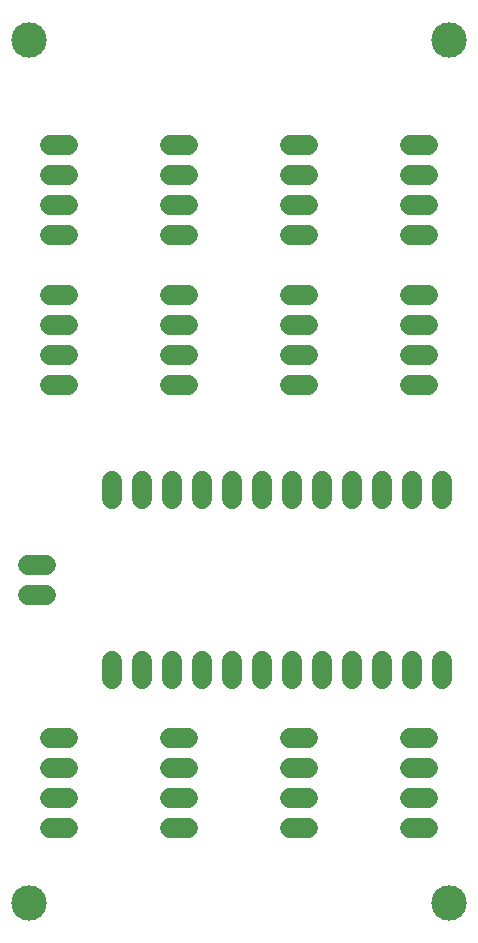
<source format=gbr>
G04 EAGLE Gerber RS-274X export*
G75*
%MOMM*%
%FSLAX34Y34*%
%LPD*%
%INSoldermask Bottom*%
%IPPOS*%
%AMOC8*
5,1,8,0,0,1.08239X$1,22.5*%
G01*
%ADD10C,1.727200*%
%ADD11C,3.003200*%
%ADD12C,1.711200*%


D10*
X107950Y227330D02*
X107950Y242570D01*
X133350Y242570D02*
X133350Y227330D01*
X158750Y227330D02*
X158750Y242570D01*
X184150Y242570D02*
X184150Y227330D01*
X209550Y227330D02*
X209550Y242570D01*
X234950Y242570D02*
X234950Y227330D01*
X260350Y227330D02*
X260350Y242570D01*
X285750Y242570D02*
X285750Y227330D01*
X311150Y227330D02*
X311150Y242570D01*
X336550Y242570D02*
X336550Y227330D01*
X361950Y227330D02*
X361950Y242570D01*
X387350Y242570D02*
X387350Y227330D01*
X107950Y379730D02*
X107950Y394970D01*
X133350Y394970D02*
X133350Y379730D01*
X158750Y379730D02*
X158750Y394970D01*
X184150Y394970D02*
X184150Y379730D01*
X209550Y379730D02*
X209550Y394970D01*
X234950Y394970D02*
X234950Y379730D01*
X260350Y379730D02*
X260350Y394970D01*
X285750Y394970D02*
X285750Y379730D01*
X311150Y379730D02*
X311150Y394970D01*
X336550Y394970D02*
X336550Y379730D01*
X361950Y379730D02*
X361950Y394970D01*
X387350Y394970D02*
X387350Y379730D01*
D11*
X38100Y38100D03*
X393700Y38100D03*
X393700Y768350D03*
X38100Y768350D03*
D12*
X360760Y603250D02*
X375840Y603250D01*
X375840Y628650D02*
X360760Y628650D01*
X360760Y654050D02*
X375840Y654050D01*
X375840Y679450D02*
X360760Y679450D01*
X360760Y476250D02*
X375840Y476250D01*
X375840Y501650D02*
X360760Y501650D01*
X360760Y527050D02*
X375840Y527050D01*
X375840Y552450D02*
X360760Y552450D01*
X274240Y603250D02*
X259160Y603250D01*
X259160Y628650D02*
X274240Y628650D01*
X274240Y654050D02*
X259160Y654050D01*
X259160Y679450D02*
X274240Y679450D01*
X274240Y476250D02*
X259160Y476250D01*
X259160Y501650D02*
X274240Y501650D01*
X274240Y527050D02*
X259160Y527050D01*
X259160Y552450D02*
X274240Y552450D01*
X172640Y603250D02*
X157560Y603250D01*
X157560Y628650D02*
X172640Y628650D01*
X172640Y654050D02*
X157560Y654050D01*
X157560Y679450D02*
X172640Y679450D01*
X172640Y476250D02*
X157560Y476250D01*
X157560Y501650D02*
X172640Y501650D01*
X172640Y527050D02*
X157560Y527050D01*
X157560Y552450D02*
X172640Y552450D01*
X71040Y603250D02*
X55960Y603250D01*
X55960Y628650D02*
X71040Y628650D01*
X71040Y654050D02*
X55960Y654050D01*
X55960Y679450D02*
X71040Y679450D01*
X71040Y476250D02*
X55960Y476250D01*
X55960Y501650D02*
X71040Y501650D01*
X71040Y527050D02*
X55960Y527050D01*
X55960Y552450D02*
X71040Y552450D01*
X360760Y101600D02*
X375840Y101600D01*
X375840Y127000D02*
X360760Y127000D01*
X360760Y152400D02*
X375840Y152400D01*
X375840Y177800D02*
X360760Y177800D01*
X274240Y101600D02*
X259160Y101600D01*
X259160Y127000D02*
X274240Y127000D01*
X274240Y152400D02*
X259160Y152400D01*
X259160Y177800D02*
X274240Y177800D01*
X172640Y101600D02*
X157560Y101600D01*
X157560Y127000D02*
X172640Y127000D01*
X172640Y152400D02*
X157560Y152400D01*
X157560Y177800D02*
X172640Y177800D01*
X71040Y101600D02*
X55960Y101600D01*
X55960Y127000D02*
X71040Y127000D01*
X71040Y152400D02*
X55960Y152400D01*
X55960Y177800D02*
X71040Y177800D01*
X51990Y323850D02*
X36910Y323850D01*
X36910Y298450D02*
X51990Y298450D01*
M02*

</source>
